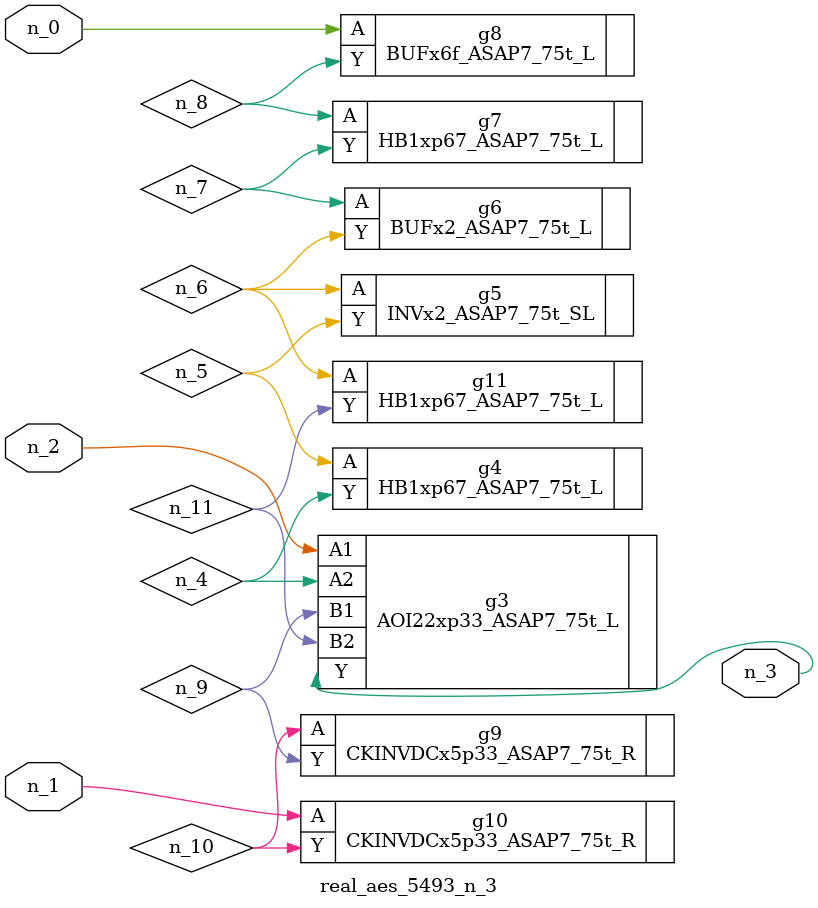
<source format=v>
module real_aes_5493_n_3 (n_0, n_2, n_1, n_3);
input n_0;
input n_2;
input n_1;
output n_3;
wire n_4;
wire n_5;
wire n_7;
wire n_9;
wire n_6;
wire n_8;
wire n_10;
wire n_11;
BUFx6f_ASAP7_75t_L g8 ( .A(n_0), .Y(n_8) );
CKINVDCx5p33_ASAP7_75t_R g10 ( .A(n_1), .Y(n_10) );
AOI22xp33_ASAP7_75t_L g3 ( .A1(n_2), .A2(n_4), .B1(n_9), .B2(n_11), .Y(n_3) );
HB1xp67_ASAP7_75t_L g4 ( .A(n_5), .Y(n_4) );
INVx2_ASAP7_75t_SL g5 ( .A(n_6), .Y(n_5) );
HB1xp67_ASAP7_75t_L g11 ( .A(n_6), .Y(n_11) );
BUFx2_ASAP7_75t_L g6 ( .A(n_7), .Y(n_6) );
HB1xp67_ASAP7_75t_L g7 ( .A(n_8), .Y(n_7) );
CKINVDCx5p33_ASAP7_75t_R g9 ( .A(n_10), .Y(n_9) );
endmodule
</source>
